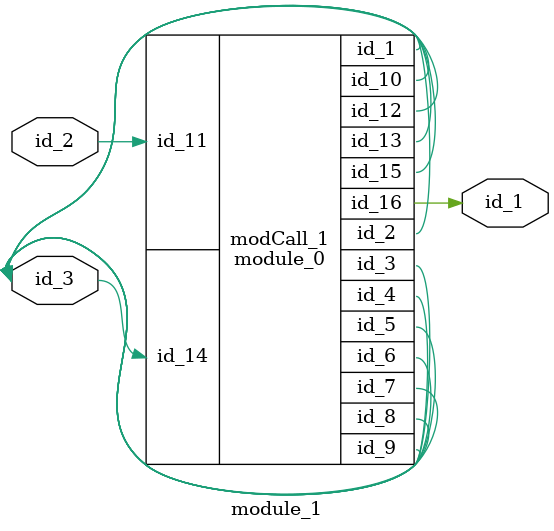
<source format=v>
module module_0 (
    id_1,
    id_2,
    id_3,
    id_4,
    id_5,
    id_6,
    id_7,
    id_8,
    id_9,
    id_10,
    id_11,
    id_12,
    id_13,
    id_14,
    id_15,
    id_16
);
  output wire id_16;
  inout wire id_15;
  input wire id_14;
  inout wire id_13;
  inout wire id_12;
  input wire id_11;
  inout wire id_10;
  inout wire id_9;
  inout wire id_8;
  output wire id_7;
  inout wire id_6;
  output wire id_5;
  inout wire id_4;
  inout wire id_3;
  inout wire id_2;
  output wire id_1;
  wire id_17, id_18, id_19;
  wire id_20, id_21, id_22;
endmodule
module module_1 (
    id_1,
    id_2,
    id_3
);
  inout wire id_3;
  input wire id_2;
  output wire id_1;
  module_0 modCall_1 (
      id_3,
      id_3,
      id_3,
      id_3,
      id_3,
      id_3,
      id_3,
      id_3,
      id_3,
      id_3,
      id_2,
      id_3,
      id_3,
      id_3,
      id_3,
      id_1
  );
  wire id_4;
endmodule

</source>
